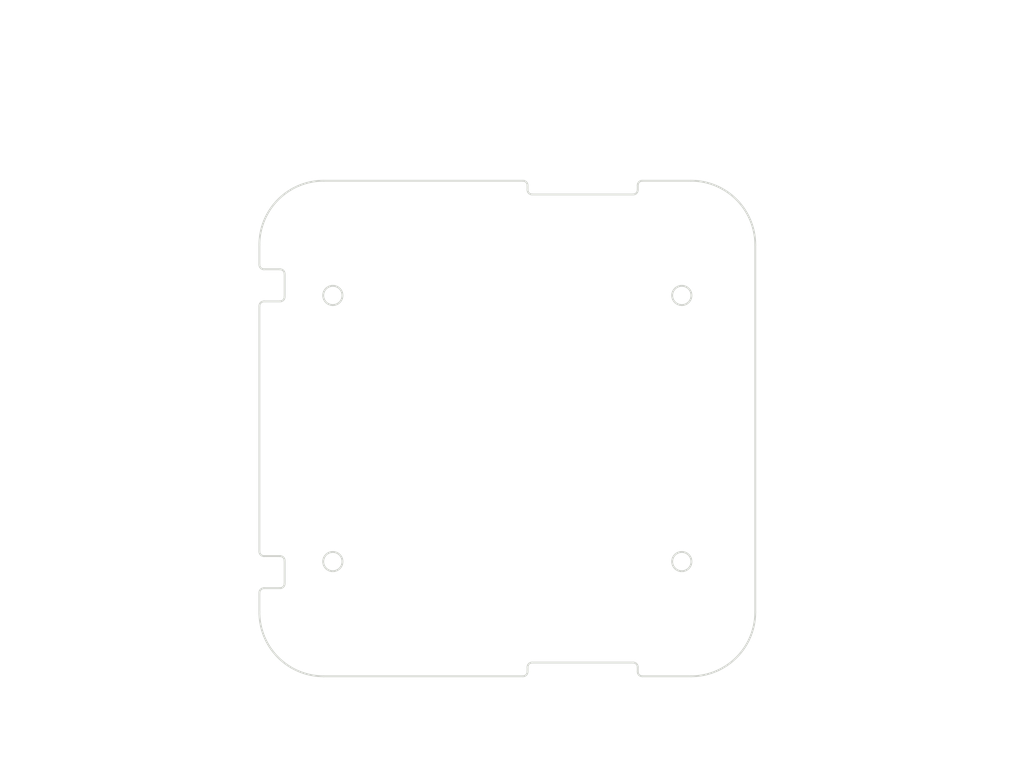
<source format=kicad_pcb>
(kicad_pcb (version 20221018) (generator pcbnew)

  (general
    (thickness 1.6)
  )

  (paper "A4")
  (layers
    (0 "F.Cu" signal)
    (31 "B.Cu" signal)
    (32 "B.Adhes" user "B.Adhesive")
    (33 "F.Adhes" user "F.Adhesive")
    (34 "B.Paste" user)
    (35 "F.Paste" user)
    (36 "B.SilkS" user "B.Silkscreen")
    (37 "F.SilkS" user "F.Silkscreen")
    (38 "B.Mask" user)
    (39 "F.Mask" user)
    (40 "Dwgs.User" user "User.Drawings")
    (41 "Cmts.User" user "User.Comments")
    (42 "Eco1.User" user "User.Eco1")
    (43 "Eco2.User" user "User.Eco2")
    (44 "Edge.Cuts" user)
    (45 "Margin" user)
    (46 "B.CrtYd" user "B.Courtyard")
    (47 "F.CrtYd" user "F.Courtyard")
    (48 "B.Fab" user)
    (49 "F.Fab" user)
  )

  (setup
    (pad_to_mask_clearance 0.051)
    (solder_mask_min_width 0.25)
    (pcbplotparams
      (layerselection 0x00010fc_ffffffff)
      (plot_on_all_layers_selection 0x0000000_00000000)
      (disableapertmacros false)
      (usegerberextensions false)
      (usegerberattributes false)
      (usegerberadvancedattributes false)
      (creategerberjobfile false)
      (dashed_line_dash_ratio 12.000000)
      (dashed_line_gap_ratio 3.000000)
      (svgprecision 4)
      (plotframeref false)
      (viasonmask false)
      (mode 1)
      (useauxorigin false)
      (hpglpennumber 1)
      (hpglpenspeed 20)
      (hpglpendiameter 15.000000)
      (dxfpolygonmode true)
      (dxfimperialunits true)
      (dxfusepcbnewfont true)
      (psnegative false)
      (psa4output false)
      (plotreference true)
      (plotvalue true)
      (plotinvisibletext false)
      (sketchpadsonfab false)
      (subtractmaskfromsilk false)
      (outputformat 1)
      (mirror false)
      (drillshape 1)
      (scaleselection 1)
      (outputdirectory "")
    )
  )

  (net 0 "")

  (gr_line (start 146.926012 124.089205) (end 138.926012 124.089205)
    (stroke (width 0.2) (type solid)) (layer "Dwgs.User") (tstamp 012a6336-34b3-4398-a0c6-b05fb0d8339b))
  (gr_line (start 110.476012 77.874606) (end 110.476012 86.651696)
    (stroke (width 0.2) (type solid)) (layer "Dwgs.User") (tstamp 01bbb7e4-7075-4e7e-af1a-b644a21fdaa7))
  (gr_line (start 186.977423 116.224606) (end 186.977423 91.63011)
    (stroke (width 0.2) (type solid)) (layer "Dwgs.User") (tstamp 03324b7d-3cb3-467c-85e1-a2b89f2ac75c))
  (gr_line (start 83.509085 103.124606) (end 83.509085 88.232041)
    (stroke (width 0.2) (type solid)) (layer "Dwgs.User") (tstamp 0f1b6ba5-b47d-4b6c-88d0-1452b2b900cd))
  (gr_line (start 149.426012 65.724606) (end 181.085162 65.724606)
    (stroke (width 0.2) (type solid)) (layer "Dwgs.User") (tstamp 0fd3f9cd-f376-49bc-8b74-5890a8a3b37a))
  (gr_line (start 87.404452 68.39965) (end 89.404452 68.39965)
    (stroke (width 0.2) (type solid)) (layer "Dwgs.User") (tstamp 19b04b5c-3afe-4142-b95c-b1ac2813cfa4))
  (gr_line (start 177.910162 114.724606) (end 177.910162 103.089218)
    (stroke (width 0.2) (type solid)) (layer "Dwgs.User") (tstamp 1e429912-2e67-4781-9326-a11f0267a46d))
  (gr_line (start 149.426012 116.724606) (end 181.085162 116.724606)
    (stroke (width 0.2) (type solid)) (layer "Dwgs.User") (tstamp 262e9220-66b0-4895-a58e-861b6edc8016))
  (gr_line (start 177.910162 67.724606) (end 177.910162 95.974347)
    (stroke (width 0.2) (type solid)) (layer "Dwgs.User") (tstamp 26466a2e-f193-43ef-bc14-6fe74c42ae94))
  (gr_line (start 161.726012 70.224606) (end 161.726012 44.631966)
    (stroke (width 0.2) (type solid)) (layer "Dwgs.User") (tstamp 266ac06a-d395-4e72-a21d-ce04d7b1d1c4))
  (gr_line (start 161.726012 112.224606) (end 161.726012 127.134738)
    (stroke (width 0.2) (type solid)) (layer "Dwgs.User") (tstamp 2cdf591b-6a6d-4c25-8018-14979813efc7))
  (gr_line (start 104.507812 115.29749) (end 106.365666 114.556966)
    (stroke (width 0.2) (type solid)) (layer "Dwgs.User") (tstamp 2ee9fb3f-a488-4ba5-9491-da1bef25f68b))
  (gr_line (start 87.404452 79.374606) (end 87.404452 81.374606)
    (stroke (width 0.2) (type solid)) (layer "Dwgs.User") (tstamp 354c6b67-f7f3-4bb9-a4c6-cb1a8eeb9d41))
  (gr_line (start 102.507812 115.29749) (end 104.507812 115.29749)
    (stroke (width 0.2) (type solid)) (layer "Dwgs.User") (tstamp 37fb4d03-7a7f-4706-9852-d8721537f7c1))
  (gr_line (start 107.226012 105.124606) (end 80.334085 105.124606)
    (stroke (width 0.2) (type solid)) (layer "Dwgs.User") (tstamp 3803edad-1a4c-4651-ae72-c7af405113bb))
  (gr_line (start 148.926012 118.724606) (end 148.926012 127.264205)
    (stroke (width 0.2) (type solid)) (layer "Dwgs.User") (tstamp 3a6f9fd2-e23b-4db6-bb6c-82c284d31121))
  (gr_line (start 98.352151 64.224606) (end 98.352151 58.252274)
    (stroke (width 0.2) (type solid)) (layer "Dwgs.User") (tstamp 3da97541-3635-48ff-943c-565fee53dca7))
  (gr_line (start 105.940624 99.35921) (end 113.169343 104.061493)
    (stroke (width 0.2) (type solid)) (layer "Dwgs.User") (tstamp 3ebef8a2-56fa-455b-bdb0-6259e4175c76))
  (gr_line (start 113.726012 64.224606) (end 80.334085 64.224606)
    (stroke (width 0.2) (type solid)) (layer "Dwgs.User") (tstamp 43900383-8e90-4e97-b675-1fed3d9d30ff))
  (gr_line (start 103.940624 99.35921) (end 105.940624 99.35921)
    (stroke (width 0.2) (type solid)) (layer "Dwgs.User") (tstamp 4ace389c-9ff8-448b-a24d-54061b2cd08d))
  (gr_line (start 153.726012 75.724606) (end 153.726012 55.210437)
    (stroke (width 0.2) (type solid)) (layer "Dwgs.User") (tstamp 4fd66daa-65cd-455c-843b-4f7f7a567cd7))
  (gr_line (start 115.726012 105.814606) (end 115.726012 105.634606)
    (stroke (width 0.2) (type solid)) (layer "Dwgs.User") (tstamp 5c0442cd-69f3-40c8-87d7-01b2167ce490))
  (gr_line (start 112.476012 83.476696) (end 114.476012 83.476696)
    (stroke (width 0.2) (type solid)) (layer "Dwgs.User") (tstamp 62ab1126-86ab-444f-91fc-8257139c81d1))
  (gr_line (start 109.726012 47.806966) (end 131.139517 47.806966)
    (stroke (width 0.2) (type solid)) (layer "Dwgs.User") (tstamp 6ec60d99-994b-4249-b075-34b4ef6b43a7))
  (gr_line (start 148.926012 118.724606) (end 148.926012 127.134738)
    (stroke (width 0.2) (type solid)) (layer "Dwgs.User") (tstamp 6f9a917e-4eb5-4171-b281-4340f286a200))
  (gr_line (start 169.726012 103.724606) (end 169.726012 91.782041)
    (stroke (width 0.2) (type solid)) (layer "Dwgs.User") (tstamp 71f4773b-9de1-42e4-b047-9a278af282a7))
  (gr_line (start 154.726012 105.724606) (end 172.901012 105.724606)
    (stroke (width 0.2) (type solid)) (layer "Dwgs.User") (tstamp 74474295-b0ca-45cd-88d2-cd255be0d5b1))
  (gr_line (start 83.509085 66.224606) (end 83.509085 81.117171)
    (stroke (width 0.2) (type solid)) (layer "Dwgs.User") (tstamp 7ee81325-545d-4b53-a350-f3b9d0beeb08))
  (gr_line (start 87.404452 71.874606) (end 87.404452 68.39965)
    (stroke (width 0.2) (type solid)) (layer "Dwgs.User") (tstamp 7f7af203-3f8a-49ea-b29c-9bdc7fedfd45))
  (gr_line (start 115.726012 75.724606) (end 115.726012 55.210437)
    (stroke (width 0.2) (type solid)) (layer "Dwgs.User") (tstamp 8457ac3d-4621-4d67-8a7c-b1117c03bf0b))
  (gr_line (start 105.726012 83.476696) (end 103.726012 83.476696)
    (stroke (width 0.2) (type solid)) (layer "Dwgs.User") (tstamp 87982629-b76d-430d-b988-9868ea6eadcc))
  (gr_line (start 159.726012 47.806966) (end 139.228739 47.806966)
    (stroke (width 0.2) (type solid)) (layer "Dwgs.User") (tstamp 8ab7eb9e-7981-4a52-95d2-52916e91cf0b))
  (gr_line (start 107.226012 73.874606) (end 95.177151 73.874606)
    (stroke (width 0.2) (type solid)) (layer "Dwgs.User") (tstamp 8afba67c-f4e3-4192-a183-1bd00976be61))
  (gr_line (start 117.726012 58.385437) (end 138.181401 58.385437)
    (stroke (width 0.2) (type solid)) (layer "Dwgs.User") (tstamp 8d6ffd3a-7ccd-4d2e-b749-f75e63dd9709))
  (gr_line (start 161.726012 123.959738) (end 164.537098 123.959738)
    (stroke (width 0.2) (type solid)) (layer "Dwgs.User") (tstamp 916a4ef8-0889-49ce-8445-10d1879a4e19))
  (gr_line (start 151.726012 58.385437) (end 146.270623 58.385437)
    (stroke (width 0.2) (type solid)) (layer "Dwgs.User") (tstamp 96c98f0d-0207-40e0-bc24-2b97b1f29182))
  (gr_line (start 154.726012 76.724606) (end 172.901012 76.724606)
    (stroke (width 0.2) (type solid)) (layer "Dwgs.User") (tstamp 98c7ee4a-d6fc-4606-865f-ca4d8750998c))
  (gr_line (start 107.226012 77.374606) (end 84.229452 77.374606)
    (stroke (width 0.2) (type solid)) (layer "Dwgs.User") (tstamp 9b7b8e5d-ec53-43fa-af5d-4b7c4d955818))
  (gr_line (start 136.926012 118.724606) (end 136.926012 127.264205)
    (stroke (width 0.2) (type solid)) (layer "Dwgs.User") (tstamp a0ae578e-d6d6-469f-85a5-26cfc0e5c645))
  (gr_line (start 107.226012 73.874606) (end 84.229452 73.874606)
    (stroke (width 0.2) (type solid)) (layer "Dwgs.User") (tstamp aebcf7d2-cd4c-42f5-ade1-56979faf334b))
  (gr_line (start 98.352151 58.252274) (end 100.352151 58.252274)
    (stroke (width 0.2) (type solid)) (layer "Dwgs.User") (tstamp bc7d3c3d-fbe7-45a5-8b90-c4f90bebd4fe))
  (gr_line (start 107.726012 70.224606) (end 107.726012 44.631966)
    (stroke (width 0.2) (type solid)) (layer "Dwgs.User") (tstamp bf7d1f14-73f1-4601-97bc-72b94c8567f7))
  (gr_line (start 169.726012 78.724606) (end 169.726012 84.667171)
    (stroke (width 0.2) (type solid)) (layer "Dwgs.User") (tstamp c30175ac-7c63-4522-abde-a0a8d8fc645d))
  (gr_line (start 115.636012 105.724606) (end 115.816012 105.724606)
    (stroke (width 0.2) (type solid)) (layer "Dwgs.User") (tstamp d2cc4e38-6541-40b6-818f-4d2efc23cdc6))
  (gr_line (start 155.726012 118.224606) (end 190.152423 118.224606)
    (stroke (width 0.2) (type solid)) (layer "Dwgs.User") (tstamp da5160ae-dbf7-4d63-bc26-ae6c72842030))
  (gr_line (start 113.726012 64.224606) (end 95.177151 64.224606)
    (stroke (width 0.2) (type solid)) (layer "Dwgs.User") (tstamp e31982ec-0314-4e19-9d4e-b837c5a86726))
  (gr_line (start 150.926012 123.959738) (end 159.726012 123.959738)
    (stroke (width 0.2) (type solid)) (layer "Dwgs.User") (tstamp e5cb8801-8b39-4d22-88cb-e7fbd5bdd295))
  (gr_line (start 136.926012 124.089205) (end 134.114926 124.089205)
    (stroke (width 0.2) (type solid)) (layer "Dwgs.User") (tstamp ea87e345-8a08-43d5-90c9-cd124a503737))
  (gr_line (start 186.977423 66.224606) (end 186.977423 84.515239)
    (stroke (width 0.2) (type solid)) (layer "Dwgs.User") (tstamp eff6f4cb-541c-4139-a8c0-e32dc307d94f))
  (gr_line (start 155.726012 64.224606) (end 190.152423 64.224606)
    (stroke (width 0.2) (type solid)) (layer "Dwgs.User") (tstamp f52f0bff-3f2e-43fe-a623-602af839d88f))
  (gr_line (start 98.352151 71.874606) (end 98.352151 66.224606)
    (stroke (width 0.2) (type solid)) (layer "Dwgs.User") (tstamp f92fa5bd-20d6-4d0c-86c1-a90588276188))
  (gr_line (start 148.926012 64.724606) (end 148.926012 65.224606)
    (stroke (width 0.2) (type solid)) (layer "Edge.Cuts") (tstamp 0beb88ac-aeda-4ac1-b0ab-67988e5db2f5))
  (gr_arc (start 148.926012 64.724606) (mid 149.072459 64.371053) (end 149.426012 64.224606)
    (stroke (width 0.2) (type solid)) (layer "Edge.Cuts") (tstamp 14411701-142e-4ee3-a456-96ef4f09292c))
  (gr_arc (start 109.976012 73.874606) (mid 110.329565 74.021053) (end 110.476012 74.374606)
    (stroke (width 0.2) (type solid)) (layer "Edge.Cuts") (tstamp 1d0cfafd-344a-4b7e-a797-94f977acf6ca))
  (gr_line (start 154.726012 64.224606) (end 149.426012 64.224606)
    (stroke (width 0.2) (type solid)) (layer "Edge.Cuts") (tstamp 1d6705c4-303c-40bb-82a8-b7291d3ca8f3))
  (gr_line (start 136.926012 65.224606) (end 136.926012 64.724606)
    (stroke (width 0.2) (type solid)) (layer "Edge.Cuts") (tstamp 25bf38fd-2e7d-463a-9ff9-3222237a5e68))
  (gr_circle (center 115.726012 105.724606) (end 116.776012 105.724606)
    (stroke (width 0.2) (type solid)) (fill none) (layer "Edge.Cuts") (tstamp 3053f17f-b425-4cdf-82bc-65212871dbbb))
  (gr_arc (start 136.926012 117.724606) (mid 136.779565 118.078159) (end 136.426012 118.224606)
    (stroke (width 0.2) (type solid)) (layer "Edge.Cuts") (tstamp 41b6d835-f8f6-4935-b503-e91b13b5df44))
  (gr_arc (start 114.726012 118.224606) (mid 109.776265 116.174353) (end 107.726012 111.224606)
    (stroke (width 0.2) (type solid)) (layer "Edge.Cuts") (tstamp 45a4e398-8371-4467-abd5-5b559f0318eb))
  (gr_arc (start 108.226012 105.124606) (mid 107.872459 104.978159) (end 107.726012 104.624606)
    (stroke (width 0.2) (type solid)) (layer "Edge.Cuts") (tstamp 4779328a-5d03-4ca4-8fa3-cda11e1500b4))
  (gr_circle (center 115.726012 76.724606) (end 116.776012 76.724606)
    (stroke (width 0.2) (type solid)) (fill none) (layer "Edge.Cuts") (tstamp 482f377f-df36-43ab-87a4-82cc59ef395c))
  (gr_line (start 109.976012 77.374606) (end 108.226012 77.374606)
    (stroke (width 0.2) (type solid)) (layer "Edge.Cuts") (tstamp 4b8b7649-6329-47c3-b989-120735569066))
  (gr_line (start 136.926012 117.724606) (end 136.926012 117.224606)
    (stroke (width 0.2) (type solid)) (layer "Edge.Cuts") (tstamp 4c4e14b3-37e8-4ab0-afa7-ff36fb9f2fb0))
  (gr_line (start 107.726012 77.874606) (end 107.726012 104.624606)
    (stroke (width 0.2) (type solid)) (layer "Edge.Cuts") (tstamp 521de017-e88f-4c4a-8027-5645201f1d48))
  (gr_arc (start 109.976012 105.124606) (mid 110.329565 105.271053) (end 110.476012 105.624606)
    (stroke (width 0.2) (type solid)) (layer "Edge.Cuts") (tstamp 5b2f0e55-f177-44fc-b601-d7a62d8f1148))
  (gr_arc (start 107.726012 109.124606) (mid 107.872459 108.771053) (end 108.226012 108.624606)
    (stroke (width 0.2) (type solid)) (layer "Edge.Cuts") (tstamp 602623d9-4cc0-4f31-9516-15765612dad5))
  (gr_line (start 108.226012 105.124606) (end 109.976012 105.124606)
    (stroke (width 0.2) (type solid)) (layer "Edge.Cuts") (tstamp 72b6a77c-ba65-4546-aafa-d4a359b9f0c2))
  (gr_line (start 148.926012 117.224606) (end 148.926012 117.724606)
    (stroke (width 0.2) (type solid)) (layer "Edge.Cuts") (tstamp 7a90393f-0559-489b-a4ce-f0c170c53621))
  (gr_arc (start 110.476012 76.874606) (mid 110.329565 77.228159) (end 109.976012 77.374606)
    (stroke (width 0.2) (type solid)) (layer "Edge.Cuts") (tstamp 7a9ce61b-eb56-4bb8-9176-ba61c56bb06f))
  (gr_line (start 107.726012 109.124606) (end 107.726012 111.224606)
    (stroke (width 0.2) (type solid)) (layer "Edge.Cuts") (tstamp 7d360514-7f99-4306-aeda-24f620c44b5f))
  (gr_line (start 110.476012 74.374606) (end 110.476012 76.874606)
    (stroke (width 0.2) (type solid)) (layer "Edge.Cuts") (tstamp 838ea8bc-0904-411a-adc9-a8724ef1942c))
  (gr_arc (start 149.426012 118.224606) (mid 149.072459 118.078159) (end 148.926012 117.724606)
    (stroke (width 0.2) (type solid)) (layer "Edge.Cuts") (tstamp 88886ab1-3c39-493e-91d0-88d7f5f9f97d))
  (gr_arc (start 110.476012 108.124606) (mid 110.329565 108.478159) (end 109.976012 108.624606)
    (stroke (width 0.2) (type solid)) (layer "Edge.Cuts") (tstamp 8b545ddd-3ab7-4277-af95-cd1b6c1d276f))
  (gr_circle (center 153.726012 105.724606) (end 154.776012 105.724606)
    (stroke (width 0.2) (type solid)) (fill none) (layer "Edge.Cuts") (tstamp 8e0ad9d8-ce29-49cf-a027-92c203135014))
  (gr_line (start 114.726012 118.224606) (end 136.426012 118.224606)
    (stroke (width 0.2) (type solid)) (layer "Edge.Cuts") (tstamp 910273df-17fb-4194-b21a-b17a33d73e7e))
  (gr_arc (start 136.426012 64.224606) (mid 136.779565 64.371053) (end 136.926012 64.724606)
    (stroke (width 0.2) (type solid)) (layer "Edge.Cuts") (tstamp 94d988ea-e467-4073-ab3f-decf2f2e9624))
  (gr_arc (start 107.726012 71.224606) (mid 109.776265 66.274859) (end 114.726012 64.224606)
    (stroke (width 0.2) (type solid)) (layer "Edge.Cuts") (tstamp 9729d593-aef9-416b-a7ca-160560ff0a68))
  (gr_arc (start 108.226012 73.874606) (mid 107.872459 73.728159) (end 107.726012 73.374606)
    (stroke (width 0.2) (type solid)) (layer "Edge.Cuts") (tstamp 9a697508-8c26-4f71-87ff-aae1fc7ebda2))
  (gr_line (start 137.426012 116.724606) (end 148.426012 116.724606)
    (stroke (width 0.2) (type solid)) (layer "Edge.Cuts") (tstamp 9e347274-3269-4e3d-83a2-f9b53820437e))
  (gr_line (start 149.426012 118.224606) (end 154.726012 118.224606)
    (stroke (width 0.2) (type solid)) (layer "Edge.Cuts") (tstamp a367d16e-6666-47fa-88cd-75fdb6be59d1))
  (gr_line (start 107.726012 71.224606) (end 107.726012 73.374606)
    (stroke (width 0.2) (type solid)) (layer "Edge.Cuts") (tstamp a3680a0c-f1fc-441a-8c9e-cbbd0779ffee))
  (gr_arc (start 161.726012 111.224606) (mid 159.675759 116.174353) (end 154.726012 118.224606)
    (stroke (width 0.2) (type solid)) (layer "Edge.Cuts") (tstamp a8a2e389-3358-4958-878d-9e536e97dd73))
  (gr_line (start 110.476012 105.624606) (end 110.476012 108.124606)
    (stroke (width 0.2) (type solid)) (layer "Edge.Cuts") (tstamp ac1f0b76-d0d6-4062-bd42-8ffaa04a35f1))
  (gr_line (start 136.426012 64.224606) (end 114.726012 64.224606)
    (stroke (width 0.2) (type solid)) (layer "Edge.Cuts") (tstamp b07195a4-eff7-4588-8946-c8b58f18918c))
  (gr_arc (start 154.726012 64.224606) (mid 159.675759 66.274859) (end 161.726012 71.224606)
    (stroke (width 0.2) (type solid)) (layer "Edge.Cuts") (tstamp b2df2075-fdcc-4c1f-9e8e-eb83c453f020))
  (gr_arc (start 148.426012 116.724606) (mid 148.779565 116.871053) (end 148.926012 117.224606)
    (stroke (width 0.2) (type solid)) (layer "Edge.Cuts") (tstamp b3ece101-b94e-4390-9356-91527c213f13))
  (gr_line (start 148.426012 65.724606) (end 137.426012 65.724606)
    (stroke (width 0.2) (type solid)) (layer "Edge.Cuts") (tstamp ba085e90-c84c-4fa5-9af2-ec088fbd0ad9))
  (gr_line (start 108.226012 73.874606) (end 109.976012 73.874606)
    (stroke (width 0.2) (type solid)) (layer "Edge.Cuts") (tstamp ba41e18c-1018-41ac-850f-fe721865dd07))
  (gr_circle (center 153.726012 76.724606) (end 154.776012 76.724606)
    (stroke (width 0.2) (type solid)) (fill none) (layer "Edge.Cuts") (tstamp c87e1570-e0f8-45ec-b057-24da92859242))
  (gr_line (start 109.976012 108.624606) (end 108.226012 108.624606)
    (stroke (width 0.2) (type solid)) (layer "Edge.Cuts") (tstamp cf88bfd1-0e1c-454d-84d6-039278e746c7))
  (gr_line (start 161.726012 111.224606) (end 161.726012 71.224606)
    (stroke (width 0.2) (type solid)) (layer "Edge.Cuts") (tstamp d0f1d863-2d51-4859-8057-7275de4383b6))
  (gr_arc (start 107.726012 77.874606) (mid 107.872459 77.521053) (end 108.226012 77.374606)
    (stroke (width 0.2) (type solid)) (layer "Edge.Cuts") (tstamp da454378-bad5-412e-90f9-d44bed7886d3))
  (gr_arc (start 137.426012 65.724606) (mid 137.072459 65.578159) (end 136.926012 65.224606)
    (stroke (width 0.2) (type solid)) (layer "Edge.Cuts") (tstamp dbc74d1d-9256-4405-a2ab-be37a81a682e))
  (gr_arc (start 136.926012 117.224606) (mid 137.072459 116.871053) (end 137.426012 116.724606)
    (stroke (width 0.2) (type solid)) (layer "Edge.Cuts") (tstamp dc484164-9e6e-405f-8ccc-8c17376eb0ea))
  (gr_arc (start 148.926012 65.224606) (mid 148.779565 65.578159) (end 148.426012 65.724606)
    (stroke (width 0.2) (type solid)) (layer "Edge.Cuts") (tstamp e3582ab1-541d-456f-8490-9f20d9eea138))
  (gr_text " 29.00" (at 169.726012 86.556632) (layer "Dwgs.User") (tstamp 023f17bb-e4b2-4d7b-8d80-57c1ea03307d)
    (effects (font (size 1.7 1.53) (thickness 0.2125)))
  )
  (gr_text " R7.00" (at 98.037041 113.629516) (layer "Dwgs.User") (tstamp 1670b817-a1d6-4abd-90de-7b92325355d7)
    (effects (font (size 1.7 1.53) (thickness 0.2125)))
  )
  (gr_text " 12.80" (at 168.58171 122.291764) (layer "Dwgs.User") (tstamp 18560983-abec-47d0-8116-b2043b8d75a2)
    (effects (font (size 1.7 1.53) (thickness 0.2125)))
  )
  (gr_text " 54.00" (at 186.977423 86.404701) (layer "Dwgs.User") (tstamp 1bb3f8fb-09f9-4145-b32a-4652e6d2dbfb)
    (effects (font (size 1.7 1.53) (thickness 0.2125)))
  )
  (gr_text "[R0.28]" (at 98.037041 117.186951) (layer "Dwgs.User") (tstamp 43837bbe-1352-4f9c-b130-fd886b9002bb)
    (effects (font (size 1.7 1.53) (thickness 0.2125)))
  )
  (gr_text "[1.50]" (at 142.226012 60.274898) (layer "Dwgs.User") (tstamp 4920939c-fd3a-4645-b944-7645f56cac73)
    (effects (font (size 1.7 1.53) (thickness 0.2125)))
  )
  (gr_text " 40.90" (at 83.509085 83.006632) (layer "Dwgs.User") (tstamp 4c250e0c-e351-467e-b794-161f72c68d11)
    (effects (font (size 1.7 1.53) (thickness 0.2125)))
  )
  (gr_text " ∅2.10\n[∅0.08]" (at 99.403755 99.35921) (layer "Dwgs.User") (tstamp 5a2a0566-6904-4255-82cd-e530312401b9)
    (effects (font (size 1.7 1.53) (thickness 0.2125)))
  )
  (gr_text "[2.13]" (at 186.977423 89.962136) (layer "Dwgs.User") (tstamp 5a4aeed0-262c-4b32-ae74-d83f66327e65)
    (effects (font (size 1.7 1.53) (thickness 0.2125)))
  )
  (gr_text " 38.00" (at 142.226012 56.716883) (layer "Dwgs.User") (tstamp 5ba1abab-6e20-4bab-841b-38b503e3033d)
    (effects (font (size 1.7 1.53) (thickness 0.2125)))
  )
  (gr_text "[2.13]" (at 135.184128 49.696427) (layer "Dwgs.User") (tstamp 648a8f01-9036-415b-8e2d-e2f7d6a83720)
    (effects (font (size 1.7 1.53) (thickness 0.2125)))
  )
  (gr_text "[.11]" (at 100.332526 85.366157) (layer "Dwgs.User") (tstamp 7345ef1a-e40f-4296-8720-332817455477)
    (effects (font (size 1.7 1.53) (thickness 0.2125)))
  )
  (gr_text " 54.00" (at 135.184128 46.138992) (layer "Dwgs.User") (tstamp 7586a6f4-35a0-4dae-8f9d-a05ceb38f6b3)
    (effects (font (size 1.7 1.53) (thickness 0.2125)))
  )
  (gr_text " 12.00" (at 130.070314 122.421231) (layer "Dwgs.User") (tstamp 7f4ac6f6-4375-4b28-a04b-c60ed11190e5)
    (effects (font (size 1.7 1.53) (thickness 0.2125)))
  )
  (gr_text "[2.01]" (at 177.910162 101.421244) (layer "Dwgs.User") (tstamp 8c8cf3bb-fb4c-4703-a3d9-e9c936602c1a)
    (effects (font (size 1.7 1.53) (thickness 0.2125)))
  )
  (gr_text "[.47]" (at 130.070314 125.975187) (layer "Dwgs.User") (tstamp 8ee70ff2-ced8-4c22-baf4-6c9b241c35e5)
    (effects (font (size 1.7 1.53) (thickness 0.2125)))
  )
  (gr_text " 51.00" (at 177.910162 97.863808) (layer "Dwgs.User") (tstamp 8f16e9af-4475-447f-9fda-a85c7c3c25a2)
    (effects (font (size 1.7 1.53) (thickness 0.2125)))
  )
  (gr_text " 3.50" (at 92.788661 66.731097) (layer "Dwgs.User") (tstamp 99654cee-bafa-436d-95bd-f939a21f4412)
    (effects (font (size 1.7 1.53) (thickness 0.2125)))
  )
  (gr_text "[.38]" (at 103.745636 60.141735) (layer "Dwgs.User") (tstamp 9e1503cc-fd35-44a9-b3b1-71915bd1ccb7)
    (effects (font (size 1.7 1.53) (thickness 0.2125)))
  )
  (gr_text "[.14]" (at 92.788661 70.289112) (layer "Dwgs.User") (tstamp b87946e3-6aeb-4d94-b756-24832f9c3da3)
    (effects (font (size 1.7 1.53) (thickness 0.2125)))
  )
  (gr_text "[1.61]" (at 83.509085 86.564067) (layer "Dwgs.User") (tstamp c5b036ab-2719-4265-8532-91349ad44a45)
    (effects (font (size 1.7 1.53) (thickness 0.2125)))
  )
  (gr_text " 9.65" (at 103.745636 56.5843) (layer "Dwgs.User") (tstamp d3c2775f-219f-4f53-bbe7-9338f221fb50)
    (effects (font (size 1.7 1.53) (thickness 0.2125)))
  )
  (gr_text "[.50]" (at 168.58171 125.849199) (layer "Dwgs.User") (tstamp dfd4be15-ed82-4647-a302-5cc5d0cd4db6)
    (effects (font (size 1.7 1.53) (thickness 0.2125)))
  )
  (gr_text " 2.75" (at 100.332526 81.808721) (layer "Dwgs.User") (tstamp e514c858-0a74-4619-bc79-96963b1b9e44)
    (effects (font (size 1.7 1.53) (thickness 0.2125)))
  )
  (gr_text "[1.14]" (at 169.726012 90.114067) (layer "Dwgs.User") (tstamp e615555a-835a-40e8-b405-ba62d65a0d77)
    (effects (font (size 1.7 1.53) (thickness 0.2125)))
  )

)

</source>
